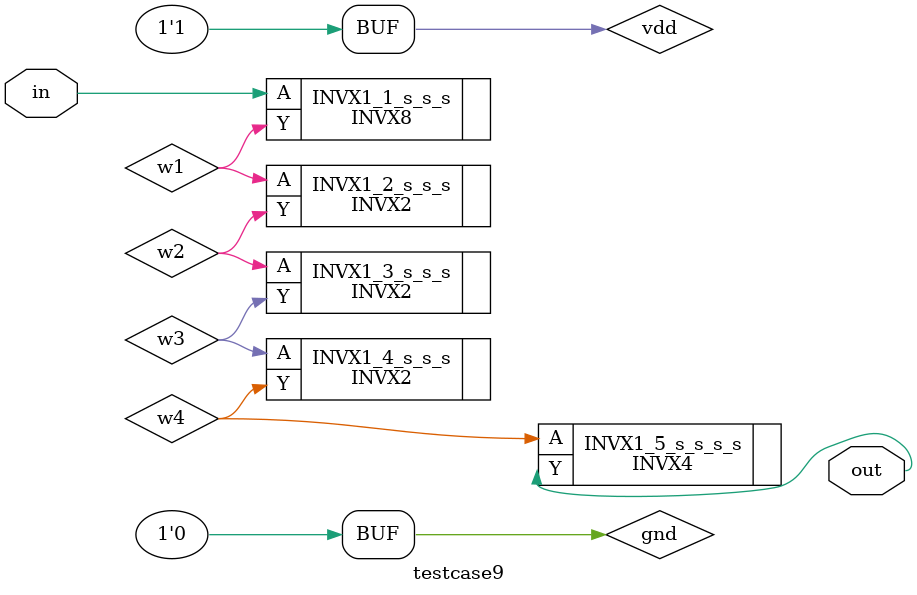
<source format=v>
module testcase9(in, out);
input in;
output out;
wire vdd = 1'b1;
wire gnd = 1'b0;
INVX8 INVX1_1_s_s_s ( .A(in), .Y(w1) );
INVX2 INVX1_2_s_s_s ( .A(w1), .Y(w2) );
INVX2 INVX1_3_s_s_s ( .A(w2), .Y(w3) );
INVX2 INVX1_4_s_s_s ( .A(w3), .Y(w4) );
INVX4 INVX1_5_s_s_s_s ( .A(w4), .Y(out) );
endmodule
</source>
